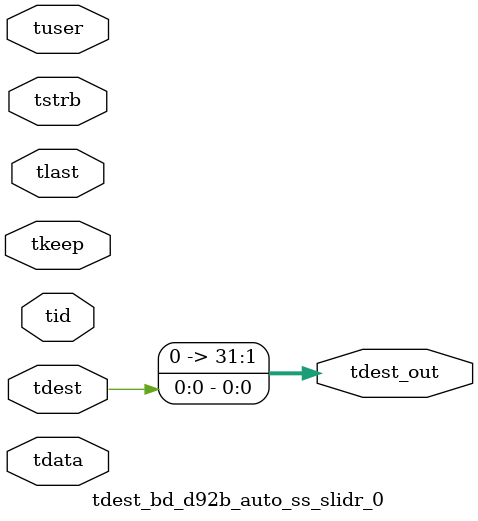
<source format=v>


`timescale 1ps/1ps

module tdest_bd_d92b_auto_ss_slidr_0 #
(
parameter C_S_AXIS_TDATA_WIDTH = 32,
parameter C_S_AXIS_TUSER_WIDTH = 0,
parameter C_S_AXIS_TID_WIDTH   = 0,
parameter C_S_AXIS_TDEST_WIDTH = 0,
parameter C_M_AXIS_TDEST_WIDTH = 32
)
(
input  [(C_S_AXIS_TDATA_WIDTH == 0 ? 1 : C_S_AXIS_TDATA_WIDTH)-1:0     ] tdata,
input  [(C_S_AXIS_TUSER_WIDTH == 0 ? 1 : C_S_AXIS_TUSER_WIDTH)-1:0     ] tuser,
input  [(C_S_AXIS_TID_WIDTH   == 0 ? 1 : C_S_AXIS_TID_WIDTH)-1:0       ] tid,
input  [(C_S_AXIS_TDEST_WIDTH == 0 ? 1 : C_S_AXIS_TDEST_WIDTH)-1:0     ] tdest,
input  [(C_S_AXIS_TDATA_WIDTH/8)-1:0 ] tkeep,
input  [(C_S_AXIS_TDATA_WIDTH/8)-1:0 ] tstrb,
input                                                                    tlast,
output [C_M_AXIS_TDEST_WIDTH-1:0] tdest_out
);

assign tdest_out = {tdest[0:0]};

endmodule


</source>
